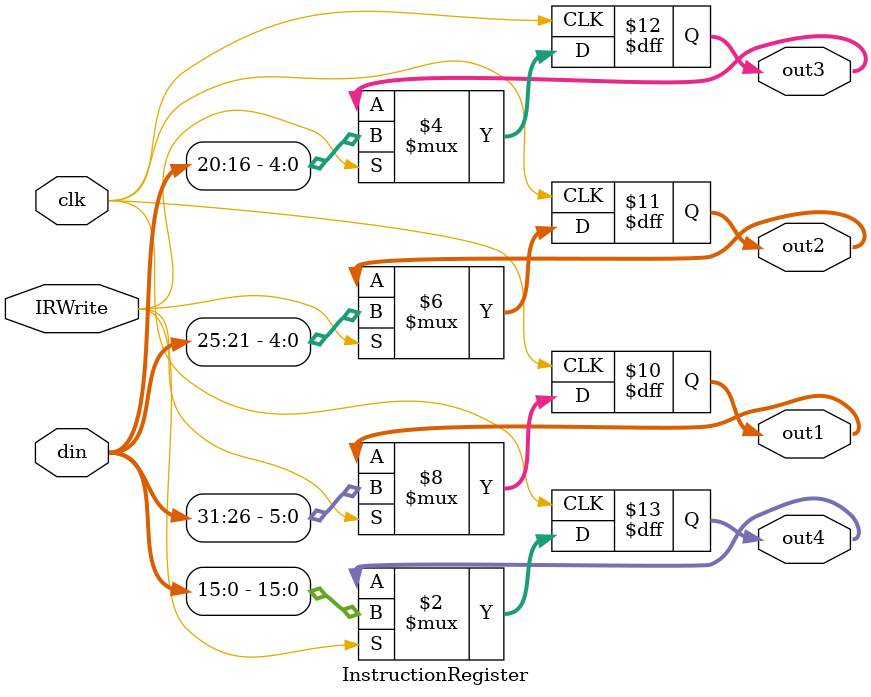
<source format=v>
module InstructionRegister(clk,IRWrite,din,out1,out2,out3,out4);

input clk;
input IRWrite;

input [31:0] din;
output reg [5:0] out1;
output reg [4:0] out2;
output reg [4:0] out3;
output reg [15:0] out4;

always @(posedge clk)
begin
	if(IRWrite) begin
		out1 <= din[31:26];
		out2 <= din[25:21];
		out3 <= din[20:16];
		out4 <= din[15:0];
	end
end
endmodule



</source>
